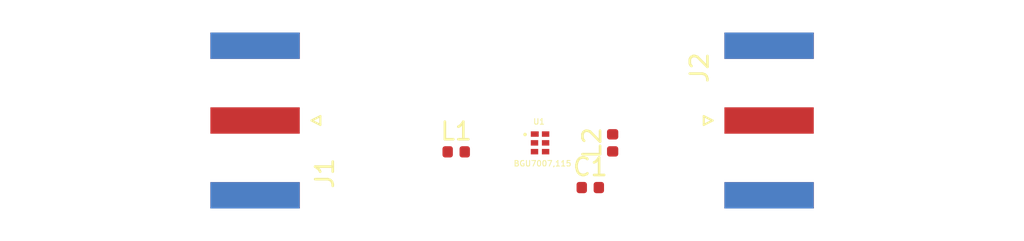
<source format=kicad_pcb>
(kicad_pcb (version 20171130) (host pcbnew 5.1.4+dfsg1-1)

  (general
    (thickness 1.6)
    (drawings 0)
    (tracks 0)
    (zones 0)
    (modules 6)
    (nets 7)
  )

  (page A4)
  (layers
    (0 F.Cu signal)
    (31 B.Cu signal)
    (32 B.Adhes user)
    (33 F.Adhes user)
    (34 B.Paste user)
    (35 F.Paste user)
    (36 B.SilkS user)
    (37 F.SilkS user)
    (38 B.Mask user)
    (39 F.Mask user)
    (40 Dwgs.User user)
    (41 Cmts.User user)
    (42 Eco1.User user)
    (43 Eco2.User user)
    (44 Edge.Cuts user)
    (45 Margin user)
    (46 B.CrtYd user)
    (47 F.CrtYd user)
    (48 B.Fab user)
    (49 F.Fab user)
  )

  (setup
    (last_trace_width 0.25)
    (trace_clearance 0.2)
    (zone_clearance 0.508)
    (zone_45_only no)
    (trace_min 0.2)
    (via_size 0.8)
    (via_drill 0.4)
    (via_min_size 0.4)
    (via_min_drill 0.3)
    (uvia_size 0.3)
    (uvia_drill 0.1)
    (uvias_allowed no)
    (uvia_min_size 0.2)
    (uvia_min_drill 0.1)
    (edge_width 0.05)
    (segment_width 0.2)
    (pcb_text_width 0.3)
    (pcb_text_size 1.5 1.5)
    (mod_edge_width 0.12)
    (mod_text_size 1 1)
    (mod_text_width 0.15)
    (pad_size 1.524 1.524)
    (pad_drill 0.762)
    (pad_to_mask_clearance 0.051)
    (solder_mask_min_width 0.25)
    (aux_axis_origin 0 0)
    (visible_elements FFFFFF7F)
    (pcbplotparams
      (layerselection 0x010fc_ffffffff)
      (usegerberextensions false)
      (usegerberattributes false)
      (usegerberadvancedattributes false)
      (creategerberjobfile false)
      (excludeedgelayer true)
      (linewidth 0.100000)
      (plotframeref false)
      (viasonmask false)
      (mode 1)
      (useauxorigin false)
      (hpglpennumber 1)
      (hpglpenspeed 20)
      (hpglpendiameter 15.000000)
      (psnegative false)
      (psa4output false)
      (plotreference true)
      (plotvalue true)
      (plotinvisibletext false)
      (padsonsilk false)
      (subtractmaskfromsilk false)
      (outputformat 1)
      (mirror false)
      (drillshape 1)
      (scaleselection 1)
      (outputdirectory ""))
  )

  (net 0 "")
  (net 1 VCC)
  (net 2 GND)
  (net 3 "Net-(J1-Pad1)")
  (net 4 GNDA)
  (net 5 "Net-(J2-Pad1)")
  (net 6 "Net-(L1-Pad2)")

  (net_class Default "This is the default net class."
    (clearance 0.2)
    (trace_width 0.25)
    (via_dia 0.8)
    (via_drill 0.4)
    (uvia_dia 0.3)
    (uvia_drill 0.1)
    (add_net GND)
    (add_net GNDA)
    (add_net "Net-(J1-Pad1)")
    (add_net "Net-(J2-Pad1)")
    (add_net "Net-(L1-Pad2)")
    (add_net VCC)
  )

  (module BGU7007_115:PSON50P100X145X50-6N (layer F.Cu) (tedit 0) (tstamp 5D67B04F)
    (at 181.295 105.41)
    (path /5D6CB740)
    (attr smd)
    (fp_text reference U1 (at -0.062313 -1.2054) (layer F.SilkS)
      (effects (font (size 0.320585 0.320585) (thickness 0.05)))
    )
    (fp_text value BGU7007,115 (at 0.141278 1.17411) (layer F.SilkS)
      (effects (font (size 0.320631 0.320631) (thickness 0.05)))
    )
    (fp_circle (center -0.85 -0.475) (end -0.8 -0.475) (layer F.SilkS) (width 0.1))
    (fp_line (start -0.8 1) (end -0.8 -1) (layer Eco1.User) (width 0.05))
    (fp_line (start 0.8 1) (end -0.8 1) (layer Eco1.User) (width 0.05))
    (fp_line (start 0.8 -1) (end 0.8 1) (layer Eco1.User) (width 0.05))
    (fp_line (start -0.8 -1) (end 0.8 -1) (layer Eco1.User) (width 0.05))
    (fp_line (start -0.5 0.75) (end -0.5 -0.75) (layer Eco2.User) (width 0.127))
    (fp_line (start 0.5 0.75) (end -0.5 0.75) (layer Eco2.User) (width 0.127))
    (fp_line (start 0.5 -0.75) (end 0.5 0.75) (layer Eco2.User) (width 0.127))
    (fp_line (start -0.5 -0.75) (end 0.5 -0.75) (layer Eco2.User) (width 0.127))
    (pad 1 smd rect (at -0.3 -0.5) (size 0.45 0.31) (layers F.Cu F.Paste F.Mask)
      (net 4 GNDA))
    (pad 3 smd rect (at -0.315 0.5) (size 0.42 0.31) (layers F.Cu F.Paste F.Mask)
      (net 6 "Net-(L1-Pad2)"))
    (pad 2 smd rect (at -0.315 0) (size 0.42 0.31) (layers F.Cu F.Paste F.Mask)
      (net 4 GNDA))
    (pad 4 smd rect (at 0.315 0.5) (size 0.42 0.31) (layers F.Cu F.Paste F.Mask)
      (net 1 VCC))
    (pad 5 smd rect (at 0.315 0) (size 0.42 0.31) (layers F.Cu F.Paste F.Mask)
      (net 1 VCC))
    (pad 6 smd rect (at 0.315 -0.5) (size 0.42 0.31) (layers F.Cu F.Paste F.Mask)
      (net 5 "Net-(J2-Pad1)"))
  )

  (module Inductor_SMD:L_0402_1005Metric (layer F.Cu) (tedit 5B301BBE) (tstamp 5D67B03C)
    (at 185.42 105.41 90)
    (descr "Inductor SMD 0402 (1005 Metric), square (rectangular) end terminal, IPC_7351 nominal, (Body size source: http://www.tortai-tech.com/upload/download/2011102023233369053.pdf), generated with kicad-footprint-generator")
    (tags inductor)
    (path /5D67C00B)
    (attr smd)
    (fp_text reference L2 (at 0 -1.17 90) (layer F.SilkS)
      (effects (font (size 1 1) (thickness 0.15)))
    )
    (fp_text value 100nH (at 0 1.17 90) (layer F.Fab)
      (effects (font (size 1 1) (thickness 0.15)))
    )
    (fp_text user %R (at 0 0 90) (layer F.Fab)
      (effects (font (size 0.25 0.25) (thickness 0.04)))
    )
    (fp_line (start 0.93 0.47) (end -0.93 0.47) (layer F.CrtYd) (width 0.05))
    (fp_line (start 0.93 -0.47) (end 0.93 0.47) (layer F.CrtYd) (width 0.05))
    (fp_line (start -0.93 -0.47) (end 0.93 -0.47) (layer F.CrtYd) (width 0.05))
    (fp_line (start -0.93 0.47) (end -0.93 -0.47) (layer F.CrtYd) (width 0.05))
    (fp_line (start 0.5 0.25) (end -0.5 0.25) (layer F.Fab) (width 0.1))
    (fp_line (start 0.5 -0.25) (end 0.5 0.25) (layer F.Fab) (width 0.1))
    (fp_line (start -0.5 -0.25) (end 0.5 -0.25) (layer F.Fab) (width 0.1))
    (fp_line (start -0.5 0.25) (end -0.5 -0.25) (layer F.Fab) (width 0.1))
    (pad 2 smd roundrect (at 0.485 0 90) (size 0.59 0.64) (layers F.Cu F.Paste F.Mask) (roundrect_rratio 0.25)
      (net 5 "Net-(J2-Pad1)"))
    (pad 1 smd roundrect (at -0.485 0 90) (size 0.59 0.64) (layers F.Cu F.Paste F.Mask) (roundrect_rratio 0.25)
      (net 1 VCC))
    (model ${KISYS3DMOD}/Inductor_SMD.3dshapes/L_0402_1005Metric.wrl
      (at (xyz 0 0 0))
      (scale (xyz 1 1 1))
      (rotate (xyz 0 0 0))
    )
  )

  (module Inductor_SMD:L_0402_1005Metric (layer F.Cu) (tedit 5B301BBE) (tstamp 5D67B02D)
    (at 176.53 105.92)
    (descr "Inductor SMD 0402 (1005 Metric), square (rectangular) end terminal, IPC_7351 nominal, (Body size source: http://www.tortai-tech.com/upload/download/2011102023233369053.pdf), generated with kicad-footprint-generator")
    (tags inductor)
    (path /5D680C02)
    (attr smd)
    (fp_text reference L1 (at 0 -1.17) (layer F.SilkS)
      (effects (font (size 1 1) (thickness 0.15)))
    )
    (fp_text value "5.6nH " (at 0 1.17) (layer F.Fab)
      (effects (font (size 1 1) (thickness 0.15)))
    )
    (fp_text user %R (at 0 0) (layer F.Fab)
      (effects (font (size 0.25 0.25) (thickness 0.04)))
    )
    (fp_line (start 0.93 0.47) (end -0.93 0.47) (layer F.CrtYd) (width 0.05))
    (fp_line (start 0.93 -0.47) (end 0.93 0.47) (layer F.CrtYd) (width 0.05))
    (fp_line (start -0.93 -0.47) (end 0.93 -0.47) (layer F.CrtYd) (width 0.05))
    (fp_line (start -0.93 0.47) (end -0.93 -0.47) (layer F.CrtYd) (width 0.05))
    (fp_line (start 0.5 0.25) (end -0.5 0.25) (layer F.Fab) (width 0.1))
    (fp_line (start 0.5 -0.25) (end 0.5 0.25) (layer F.Fab) (width 0.1))
    (fp_line (start -0.5 -0.25) (end 0.5 -0.25) (layer F.Fab) (width 0.1))
    (fp_line (start -0.5 0.25) (end -0.5 -0.25) (layer F.Fab) (width 0.1))
    (pad 2 smd roundrect (at 0.485 0) (size 0.59 0.64) (layers F.Cu F.Paste F.Mask) (roundrect_rratio 0.25)
      (net 6 "Net-(L1-Pad2)"))
    (pad 1 smd roundrect (at -0.485 0) (size 0.59 0.64) (layers F.Cu F.Paste F.Mask) (roundrect_rratio 0.25)
      (net 3 "Net-(J1-Pad1)"))
    (model ${KISYS3DMOD}/Inductor_SMD.3dshapes/L_0402_1005Metric.wrl
      (at (xyz 0 0 0))
      (scale (xyz 1 1 1))
      (rotate (xyz 0 0 0))
    )
  )

  (module Connector_Coaxial:SMA_Amphenol_132289_EdgeMount (layer F.Cu) (tedit 5A1C1810) (tstamp 5D67B01E)
    (at 194.31 104.14)
    (descr http://www.amphenolrf.com/132289.html)
    (tags SMA)
    (path /5D6AD89F)
    (attr smd)
    (fp_text reference J2 (at -3.96 -3 90) (layer F.SilkS)
      (effects (font (size 1 1) (thickness 0.15)))
    )
    (fp_text value 142-0701-801 (at 5 6) (layer F.Fab)
      (effects (font (size 1 1) (thickness 0.15)))
    )
    (fp_line (start -1.91 5.08) (end 4.445 5.08) (layer F.Fab) (width 0.1))
    (fp_line (start -1.91 3.81) (end -1.91 5.08) (layer F.Fab) (width 0.1))
    (fp_line (start 2.54 3.81) (end -1.91 3.81) (layer F.Fab) (width 0.1))
    (fp_line (start 2.54 -3.81) (end 2.54 3.81) (layer F.Fab) (width 0.1))
    (fp_line (start -1.91 -3.81) (end 2.54 -3.81) (layer F.Fab) (width 0.1))
    (fp_line (start -1.91 -5.08) (end -1.91 -3.81) (layer F.Fab) (width 0.1))
    (fp_line (start -1.91 -5.08) (end 4.445 -5.08) (layer F.Fab) (width 0.1))
    (fp_line (start 4.445 -3.81) (end 4.445 -5.08) (layer F.Fab) (width 0.1))
    (fp_line (start 4.445 5.08) (end 4.445 3.81) (layer F.Fab) (width 0.1))
    (fp_line (start 13.97 3.81) (end 4.445 3.81) (layer F.Fab) (width 0.1))
    (fp_line (start 13.97 -3.81) (end 13.97 3.81) (layer F.Fab) (width 0.1))
    (fp_line (start 4.445 -3.81) (end 13.97 -3.81) (layer F.Fab) (width 0.1))
    (fp_line (start -3.04 5.58) (end -3.04 -5.58) (layer B.CrtYd) (width 0.05))
    (fp_line (start 14.47 5.58) (end -3.04 5.58) (layer B.CrtYd) (width 0.05))
    (fp_line (start 14.47 -5.58) (end 14.47 5.58) (layer B.CrtYd) (width 0.05))
    (fp_line (start 14.47 -5.58) (end -3.04 -5.58) (layer B.CrtYd) (width 0.05))
    (fp_line (start -3.04 5.58) (end -3.04 -5.58) (layer F.CrtYd) (width 0.05))
    (fp_line (start 14.47 5.58) (end -3.04 5.58) (layer F.CrtYd) (width 0.05))
    (fp_line (start 14.47 -5.58) (end 14.47 5.58) (layer F.CrtYd) (width 0.05))
    (fp_line (start 14.47 -5.58) (end -3.04 -5.58) (layer F.CrtYd) (width 0.05))
    (fp_text user %R (at 4.79 0 270) (layer F.Fab)
      (effects (font (size 1 1) (thickness 0.15)))
    )
    (fp_line (start 2.54 -0.75) (end 3.54 0) (layer F.Fab) (width 0.1))
    (fp_line (start 3.54 0) (end 2.54 0.75) (layer F.Fab) (width 0.1))
    (fp_line (start -3.21 0) (end -3.71 -0.25) (layer F.SilkS) (width 0.12))
    (fp_line (start -3.71 -0.25) (end -3.71 0.25) (layer F.SilkS) (width 0.12))
    (fp_line (start -3.71 0.25) (end -3.21 0) (layer F.SilkS) (width 0.12))
    (pad 1 smd rect (at 0 0 90) (size 1.5 5.08) (layers F.Cu F.Paste F.Mask)
      (net 5 "Net-(J2-Pad1)"))
    (pad 2 smd rect (at 0 -4.25 90) (size 1.5 5.08) (layers F.Cu F.Paste F.Mask)
      (net 4 GNDA))
    (pad 2 smd rect (at 0 4.25 90) (size 1.5 5.08) (layers F.Cu F.Paste F.Mask)
      (net 4 GNDA))
    (pad 2 smd rect (at 0 -4.25 90) (size 1.5 5.08) (layers B.Cu B.Paste B.Mask)
      (net 4 GNDA))
    (pad 2 smd rect (at 0 4.25 90) (size 1.5 5.08) (layers B.Cu B.Paste B.Mask)
      (net 4 GNDA))
    (model ${KISYS3DMOD}/Connector_Coaxial.3dshapes/SMA_Amphenol_132289_EdgeMount.wrl
      (at (xyz 0 0 0))
      (scale (xyz 1 1 1))
      (rotate (xyz 0 0 0))
    )
  )

  (module Connector_Coaxial:SMA_Amphenol_132289_EdgeMount (layer F.Cu) (tedit 5A1C1810) (tstamp 5D67AFFB)
    (at 165.1 104.14 180)
    (descr http://www.amphenolrf.com/132289.html)
    (tags SMA)
    (path /5D6A8AB5)
    (attr smd)
    (fp_text reference J1 (at -3.96 -3 90) (layer F.SilkS)
      (effects (font (size 1 1) (thickness 0.15)))
    )
    (fp_text value 142-0701-801 (at 5 6) (layer F.Fab)
      (effects (font (size 1 1) (thickness 0.15)))
    )
    (fp_line (start -1.91 5.08) (end 4.445 5.08) (layer F.Fab) (width 0.1))
    (fp_line (start -1.91 3.81) (end -1.91 5.08) (layer F.Fab) (width 0.1))
    (fp_line (start 2.54 3.81) (end -1.91 3.81) (layer F.Fab) (width 0.1))
    (fp_line (start 2.54 -3.81) (end 2.54 3.81) (layer F.Fab) (width 0.1))
    (fp_line (start -1.91 -3.81) (end 2.54 -3.81) (layer F.Fab) (width 0.1))
    (fp_line (start -1.91 -5.08) (end -1.91 -3.81) (layer F.Fab) (width 0.1))
    (fp_line (start -1.91 -5.08) (end 4.445 -5.08) (layer F.Fab) (width 0.1))
    (fp_line (start 4.445 -3.81) (end 4.445 -5.08) (layer F.Fab) (width 0.1))
    (fp_line (start 4.445 5.08) (end 4.445 3.81) (layer F.Fab) (width 0.1))
    (fp_line (start 13.97 3.81) (end 4.445 3.81) (layer F.Fab) (width 0.1))
    (fp_line (start 13.97 -3.81) (end 13.97 3.81) (layer F.Fab) (width 0.1))
    (fp_line (start 4.445 -3.81) (end 13.97 -3.81) (layer F.Fab) (width 0.1))
    (fp_line (start -3.04 5.58) (end -3.04 -5.58) (layer B.CrtYd) (width 0.05))
    (fp_line (start 14.47 5.58) (end -3.04 5.58) (layer B.CrtYd) (width 0.05))
    (fp_line (start 14.47 -5.58) (end 14.47 5.58) (layer B.CrtYd) (width 0.05))
    (fp_line (start 14.47 -5.58) (end -3.04 -5.58) (layer B.CrtYd) (width 0.05))
    (fp_line (start -3.04 5.58) (end -3.04 -5.58) (layer F.CrtYd) (width 0.05))
    (fp_line (start 14.47 5.58) (end -3.04 5.58) (layer F.CrtYd) (width 0.05))
    (fp_line (start 14.47 -5.58) (end 14.47 5.58) (layer F.CrtYd) (width 0.05))
    (fp_line (start 14.47 -5.58) (end -3.04 -5.58) (layer F.CrtYd) (width 0.05))
    (fp_text user %R (at 4.79 0 270) (layer F.Fab)
      (effects (font (size 1 1) (thickness 0.15)))
    )
    (fp_line (start 2.54 -0.75) (end 3.54 0) (layer F.Fab) (width 0.1))
    (fp_line (start 3.54 0) (end 2.54 0.75) (layer F.Fab) (width 0.1))
    (fp_line (start -3.21 0) (end -3.71 -0.25) (layer F.SilkS) (width 0.12))
    (fp_line (start -3.71 -0.25) (end -3.71 0.25) (layer F.SilkS) (width 0.12))
    (fp_line (start -3.71 0.25) (end -3.21 0) (layer F.SilkS) (width 0.12))
    (pad 1 smd rect (at 0 0 270) (size 1.5 5.08) (layers F.Cu F.Paste F.Mask)
      (net 3 "Net-(J1-Pad1)"))
    (pad 2 smd rect (at 0 -4.25 270) (size 1.5 5.08) (layers F.Cu F.Paste F.Mask)
      (net 4 GNDA))
    (pad 2 smd rect (at 0 4.25 270) (size 1.5 5.08) (layers F.Cu F.Paste F.Mask)
      (net 4 GNDA))
    (pad 2 smd rect (at 0 -4.25 270) (size 1.5 5.08) (layers B.Cu B.Paste B.Mask)
      (net 4 GNDA))
    (pad 2 smd rect (at 0 4.25 270) (size 1.5 5.08) (layers B.Cu B.Paste B.Mask)
      (net 4 GNDA))
    (model ${KISYS3DMOD}/Connector_Coaxial.3dshapes/SMA_Amphenol_132289_EdgeMount.wrl
      (at (xyz 0 0 0))
      (scale (xyz 1 1 1))
      (rotate (xyz 0 0 0))
    )
  )

  (module Capacitor_SMD:C_0402_1005Metric (layer F.Cu) (tedit 5B301BBE) (tstamp 5D67AFD8)
    (at 184.15 107.95)
    (descr "Capacitor SMD 0402 (1005 Metric), square (rectangular) end terminal, IPC_7351 nominal, (Body size source: http://www.tortai-tech.com/upload/download/2011102023233369053.pdf), generated with kicad-footprint-generator")
    (tags capacitor)
    (path /5D69CCB0)
    (attr smd)
    (fp_text reference C1 (at 0 -1.17) (layer F.SilkS)
      (effects (font (size 1 1) (thickness 0.15)))
    )
    (fp_text value 1nF (at 0 1.17) (layer F.Fab)
      (effects (font (size 1 1) (thickness 0.15)))
    )
    (fp_text user %R (at 0 0) (layer F.Fab)
      (effects (font (size 0.25 0.25) (thickness 0.04)))
    )
    (fp_line (start 0.93 0.47) (end -0.93 0.47) (layer F.CrtYd) (width 0.05))
    (fp_line (start 0.93 -0.47) (end 0.93 0.47) (layer F.CrtYd) (width 0.05))
    (fp_line (start -0.93 -0.47) (end 0.93 -0.47) (layer F.CrtYd) (width 0.05))
    (fp_line (start -0.93 0.47) (end -0.93 -0.47) (layer F.CrtYd) (width 0.05))
    (fp_line (start 0.5 0.25) (end -0.5 0.25) (layer F.Fab) (width 0.1))
    (fp_line (start 0.5 -0.25) (end 0.5 0.25) (layer F.Fab) (width 0.1))
    (fp_line (start -0.5 -0.25) (end 0.5 -0.25) (layer F.Fab) (width 0.1))
    (fp_line (start -0.5 0.25) (end -0.5 -0.25) (layer F.Fab) (width 0.1))
    (pad 2 smd roundrect (at 0.485 0) (size 0.59 0.64) (layers F.Cu F.Paste F.Mask) (roundrect_rratio 0.25)
      (net 1 VCC))
    (pad 1 smd roundrect (at -0.485 0) (size 0.59 0.64) (layers F.Cu F.Paste F.Mask) (roundrect_rratio 0.25)
      (net 2 GND))
    (model ${KISYS3DMOD}/Capacitor_SMD.3dshapes/C_0402_1005Metric.wrl
      (at (xyz 0 0 0))
      (scale (xyz 1 1 1))
      (rotate (xyz 0 0 0))
    )
  )

)

</source>
